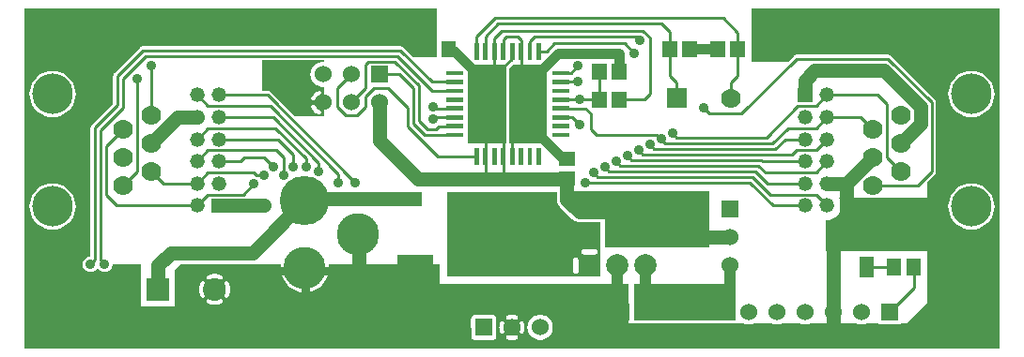
<source format=gbr>
G04 start of page 2 for group 0 idx 0 *
G04 Title: (unknown), top *
G04 Creator: pcb 20110918 *
G04 CreationDate: Thu 15 May 2014 04:46:46 AM GMT UTC *
G04 For: railfan *
G04 Format: Gerber/RS-274X *
G04 PCB-Dimensions: 350000 125000 *
G04 PCB-Coordinate-Origin: lower left *
%MOIN*%
%FSLAX25Y25*%
%LNTOP*%
%ADD37C,0.1100*%
%ADD36C,0.0480*%
%ADD35C,0.1250*%
%ADD34C,0.1280*%
%ADD33C,0.0450*%
%ADD32C,0.0380*%
%ADD31C,0.0320*%
%ADD30C,0.0200*%
%ADD29C,0.0360*%
%ADD28R,0.0360X0.0360*%
%ADD27R,0.0630X0.0630*%
%ADD26R,0.0157X0.0157*%
%ADD25R,0.0512X0.0512*%
%ADD24C,0.1500*%
%ADD23C,0.0800*%
%ADD22C,0.1750*%
%ADD21C,0.1440*%
%ADD20C,0.0787*%
%ADD19C,0.0600*%
%ADD18C,0.0520*%
%ADD17C,0.0700*%
%ADD16C,0.0400*%
%ADD15C,0.0350*%
%ADD14C,0.0300*%
%ADD13C,0.0100*%
%ADD12C,0.0500*%
%ADD11C,0.0001*%
G54D11*G36*
X143000Y57500D02*Y52500D01*
X100500D01*
Y57500D01*
X143000D01*
G37*
G36*
X184993Y25000D02*X216500D01*
Y2000D01*
X184993D01*
Y4987D01*
X185000Y4986D01*
X185706Y5042D01*
X186395Y5207D01*
X187049Y5478D01*
X187653Y5848D01*
X188192Y6308D01*
X188652Y6847D01*
X189022Y7451D01*
X189293Y8105D01*
X189458Y8794D01*
X189500Y9500D01*
X189458Y10206D01*
X189293Y10895D01*
X189022Y11549D01*
X188652Y12153D01*
X188192Y12692D01*
X187653Y13152D01*
X187049Y13522D01*
X186395Y13793D01*
X185706Y13958D01*
X185000Y14014D01*
X184993Y14013D01*
Y25000D01*
G37*
G36*
X178613D02*X184993D01*
Y14013D01*
X184294Y13958D01*
X183605Y13793D01*
X182951Y13522D01*
X182347Y13152D01*
X181808Y12692D01*
X181348Y12153D01*
X180978Y11549D01*
X180707Y10895D01*
X180542Y10206D01*
X180486Y9500D01*
X180542Y8794D01*
X180707Y8105D01*
X180978Y7451D01*
X181348Y6847D01*
X181808Y6308D01*
X182347Y5848D01*
X182951Y5478D01*
X183605Y5207D01*
X184294Y5042D01*
X184993Y4987D01*
Y2000D01*
X178613D01*
Y7353D01*
X178656Y7360D01*
X178768Y7397D01*
X178873Y7452D01*
X178968Y7522D01*
X179051Y7606D01*
X179119Y7702D01*
X179170Y7808D01*
X179318Y8216D01*
X179422Y8637D01*
X179484Y9067D01*
X179505Y9500D01*
X179484Y9933D01*
X179422Y10363D01*
X179318Y10784D01*
X179175Y11194D01*
X179122Y11300D01*
X179053Y11396D01*
X178970Y11481D01*
X178875Y11551D01*
X178769Y11606D01*
X178657Y11643D01*
X178613Y11651D01*
Y25000D01*
G37*
G36*
X175002D02*X178613D01*
Y11651D01*
X178540Y11663D01*
X178421Y11664D01*
X178304Y11646D01*
X178191Y11610D01*
X178085Y11557D01*
X177988Y11488D01*
X177904Y11405D01*
X177833Y11309D01*
X177779Y11204D01*
X177741Y11092D01*
X177722Y10975D01*
X177721Y10856D01*
X177739Y10739D01*
X177777Y10626D01*
X177876Y10355D01*
X177944Y10075D01*
X177986Y9789D01*
X178000Y9500D01*
X177986Y9211D01*
X177944Y8925D01*
X177876Y8645D01*
X177780Y8372D01*
X177742Y8261D01*
X177725Y8144D01*
X177725Y8026D01*
X177745Y7909D01*
X177782Y7797D01*
X177836Y7693D01*
X177906Y7598D01*
X177991Y7515D01*
X178087Y7446D01*
X178192Y7393D01*
X178305Y7357D01*
X178421Y7340D01*
X178539Y7341D01*
X178613Y7353D01*
Y2000D01*
X175002D01*
Y4995D01*
X175433Y5016D01*
X175863Y5078D01*
X176284Y5182D01*
X176694Y5325D01*
X176800Y5378D01*
X176896Y5447D01*
X176981Y5530D01*
X177051Y5625D01*
X177106Y5731D01*
X177143Y5843D01*
X177163Y5960D01*
X177164Y6079D01*
X177146Y6196D01*
X177110Y6309D01*
X177057Y6415D01*
X176988Y6512D01*
X176905Y6596D01*
X176809Y6667D01*
X176704Y6721D01*
X176592Y6759D01*
X176475Y6778D01*
X176356Y6779D01*
X176239Y6761D01*
X176126Y6723D01*
X175855Y6624D01*
X175575Y6556D01*
X175289Y6514D01*
X175002Y6500D01*
Y12500D01*
X175289Y12486D01*
X175575Y12444D01*
X175855Y12376D01*
X176128Y12280D01*
X176239Y12242D01*
X176356Y12225D01*
X176474Y12225D01*
X176591Y12245D01*
X176703Y12282D01*
X176807Y12336D01*
X176902Y12406D01*
X176985Y12491D01*
X177054Y12587D01*
X177107Y12692D01*
X177143Y12805D01*
X177160Y12921D01*
X177159Y13039D01*
X177140Y13156D01*
X177103Y13268D01*
X177048Y13373D01*
X176978Y13468D01*
X176894Y13551D01*
X176798Y13619D01*
X176692Y13670D01*
X176284Y13818D01*
X175863Y13922D01*
X175433Y13984D01*
X175002Y14005D01*
Y25000D01*
G37*
G36*
X171387D02*X175002D01*
Y14005D01*
X175000Y14005D01*
X174567Y13984D01*
X174137Y13922D01*
X173716Y13818D01*
X173306Y13675D01*
X173200Y13622D01*
X173104Y13553D01*
X173019Y13470D01*
X172949Y13375D01*
X172894Y13269D01*
X172857Y13157D01*
X172837Y13040D01*
X172836Y12921D01*
X172854Y12804D01*
X172890Y12691D01*
X172943Y12585D01*
X173012Y12488D01*
X173095Y12404D01*
X173191Y12333D01*
X173296Y12279D01*
X173408Y12241D01*
X173525Y12222D01*
X173644Y12221D01*
X173761Y12239D01*
X173874Y12277D01*
X174145Y12376D01*
X174425Y12444D01*
X174711Y12486D01*
X175000Y12500D01*
X175002Y12500D01*
Y6500D01*
X175000Y6500D01*
X174711Y6514D01*
X174425Y6556D01*
X174145Y6624D01*
X173872Y6720D01*
X173761Y6758D01*
X173644Y6775D01*
X173526Y6775D01*
X173409Y6755D01*
X173297Y6718D01*
X173193Y6664D01*
X173098Y6594D01*
X173015Y6509D01*
X172946Y6413D01*
X172893Y6308D01*
X172857Y6195D01*
X172840Y6079D01*
X172841Y5961D01*
X172860Y5844D01*
X172897Y5732D01*
X172952Y5627D01*
X173022Y5532D01*
X173106Y5449D01*
X173202Y5381D01*
X173308Y5330D01*
X173716Y5182D01*
X174137Y5078D01*
X174567Y5016D01*
X175000Y4995D01*
X175002Y4995D01*
Y2000D01*
X171387D01*
Y7349D01*
X171460Y7337D01*
X171579Y7336D01*
X171696Y7354D01*
X171809Y7390D01*
X171915Y7443D01*
X172012Y7512D01*
X172096Y7595D01*
X172167Y7691D01*
X172221Y7796D01*
X172259Y7908D01*
X172278Y8025D01*
X172279Y8144D01*
X172261Y8261D01*
X172223Y8374D01*
X172124Y8645D01*
X172056Y8925D01*
X172014Y9211D01*
X172000Y9500D01*
X172014Y9789D01*
X172056Y10075D01*
X172124Y10355D01*
X172220Y10628D01*
X172258Y10739D01*
X172275Y10856D01*
X172275Y10974D01*
X172255Y11091D01*
X172218Y11203D01*
X172164Y11307D01*
X172094Y11402D01*
X172009Y11485D01*
X171913Y11554D01*
X171808Y11607D01*
X171695Y11643D01*
X171579Y11660D01*
X171461Y11659D01*
X171387Y11647D01*
Y25000D01*
G37*
G36*
X165000D02*X171387D01*
Y11647D01*
X171344Y11640D01*
X171232Y11603D01*
X171127Y11548D01*
X171032Y11478D01*
X170949Y11394D01*
X170881Y11298D01*
X170830Y11192D01*
X170682Y10784D01*
X170578Y10363D01*
X170516Y9933D01*
X170495Y9500D01*
X170516Y9067D01*
X170578Y8637D01*
X170682Y8216D01*
X170825Y7806D01*
X170878Y7700D01*
X170947Y7604D01*
X171030Y7519D01*
X171125Y7449D01*
X171231Y7394D01*
X171343Y7357D01*
X171387Y7349D01*
Y2000D01*
X165000D01*
Y5007D01*
X168235Y5014D01*
X168465Y5069D01*
X168683Y5159D01*
X168884Y5283D01*
X169064Y5436D01*
X169217Y5616D01*
X169341Y5817D01*
X169431Y6035D01*
X169486Y6265D01*
X169500Y6500D01*
X169486Y12735D01*
X169431Y12965D01*
X169341Y13183D01*
X169217Y13384D01*
X169064Y13564D01*
X168884Y13717D01*
X168683Y13841D01*
X168465Y13931D01*
X168235Y13986D01*
X168000Y14000D01*
X165000Y13993D01*
Y25000D01*
G37*
G36*
X73993Y32000D02*X93119D01*
X93079Y31834D01*
X92974Y30500D01*
X93079Y29166D01*
X93391Y27865D01*
X93903Y26629D01*
X94602Y25488D01*
X95471Y24471D01*
X96488Y23602D01*
X97629Y22903D01*
X98865Y22391D01*
X100166Y22079D01*
X101500Y21974D01*
X102834Y22079D01*
X104135Y22391D01*
X105371Y22903D01*
X106512Y23602D01*
X107529Y24471D01*
X108398Y25488D01*
X109097Y26629D01*
X109609Y27865D01*
X109921Y29166D01*
X110000Y30500D01*
X109921Y31834D01*
X109881Y32000D01*
X149500D01*
Y25000D01*
X165000D01*
Y13993D01*
X161765Y13986D01*
X161535Y13931D01*
X161317Y13841D01*
X161116Y13717D01*
X160936Y13564D01*
X160783Y13384D01*
X160659Y13183D01*
X160569Y12965D01*
X160514Y12735D01*
X160500Y12500D01*
X160514Y6265D01*
X160569Y6035D01*
X160659Y5817D01*
X160783Y5616D01*
X160936Y5436D01*
X161116Y5283D01*
X161317Y5159D01*
X161535Y5069D01*
X161765Y5014D01*
X162000Y5000D01*
X165000Y5007D01*
Y2000D01*
X73993D01*
Y20145D01*
X74078Y20181D01*
X74179Y20243D01*
X74269Y20319D01*
X74345Y20409D01*
X74405Y20511D01*
X74622Y20980D01*
X74789Y21469D01*
X74909Y21972D01*
X74982Y22484D01*
X75006Y23000D01*
X74982Y23516D01*
X74909Y24028D01*
X74789Y24531D01*
X74622Y25020D01*
X74410Y25492D01*
X74349Y25593D01*
X74272Y25684D01*
X74182Y25761D01*
X74080Y25823D01*
X73993Y25860D01*
Y32000D01*
G37*
G36*
X69502D02*X73993D01*
Y25860D01*
X73971Y25869D01*
X73855Y25897D01*
X73737Y25906D01*
X73619Y25897D01*
X73503Y25870D01*
X73393Y25824D01*
X73292Y25762D01*
X73202Y25686D01*
X73124Y25595D01*
X73062Y25494D01*
X73016Y25385D01*
X72989Y25269D01*
X72979Y25151D01*
X72988Y25032D01*
X73016Y24917D01*
X73063Y24808D01*
X73221Y24468D01*
X73342Y24112D01*
X73430Y23747D01*
X73482Y23375D01*
X73500Y23000D01*
X73482Y22625D01*
X73430Y22253D01*
X73342Y21888D01*
X73221Y21532D01*
X73067Y21190D01*
X73020Y21082D01*
X72993Y20967D01*
X72983Y20849D01*
X72993Y20732D01*
X73021Y20617D01*
X73066Y20508D01*
X73128Y20407D01*
X73205Y20318D01*
X73295Y20241D01*
X73395Y20180D01*
X73504Y20135D01*
X73619Y20107D01*
X73737Y20098D01*
X73855Y20108D01*
X73969Y20135D01*
X73993Y20145D01*
Y2000D01*
X69502D01*
Y17494D01*
X70016Y17518D01*
X70528Y17591D01*
X71031Y17711D01*
X71520Y17878D01*
X71992Y18090D01*
X72093Y18151D01*
X72184Y18228D01*
X72261Y18318D01*
X72323Y18420D01*
X72369Y18529D01*
X72397Y18645D01*
X72406Y18763D01*
X72397Y18881D01*
X72370Y18997D01*
X72324Y19107D01*
X72262Y19208D01*
X72186Y19298D01*
X72095Y19376D01*
X71994Y19438D01*
X71885Y19484D01*
X71769Y19511D01*
X71651Y19521D01*
X71532Y19512D01*
X71417Y19484D01*
X71308Y19437D01*
X70968Y19279D01*
X70612Y19158D01*
X70247Y19070D01*
X69875Y19018D01*
X69502Y19000D01*
Y27000D01*
X69875Y26982D01*
X70247Y26930D01*
X70612Y26842D01*
X70968Y26721D01*
X71310Y26567D01*
X71418Y26520D01*
X71533Y26493D01*
X71651Y26483D01*
X71768Y26493D01*
X71883Y26521D01*
X71992Y26566D01*
X72093Y26628D01*
X72182Y26705D01*
X72259Y26795D01*
X72320Y26895D01*
X72365Y27004D01*
X72393Y27119D01*
X72402Y27237D01*
X72392Y27355D01*
X72365Y27469D01*
X72319Y27578D01*
X72257Y27679D01*
X72181Y27769D01*
X72091Y27845D01*
X71989Y27905D01*
X71520Y28122D01*
X71031Y28289D01*
X70528Y28409D01*
X70016Y28482D01*
X69502Y28506D01*
Y32000D01*
G37*
G36*
X65007D02*X69502D01*
Y28506D01*
X69500Y28506D01*
X68984Y28482D01*
X68472Y28409D01*
X67969Y28289D01*
X67480Y28122D01*
X67008Y27910D01*
X66907Y27849D01*
X66816Y27772D01*
X66739Y27682D01*
X66677Y27580D01*
X66631Y27471D01*
X66603Y27355D01*
X66594Y27237D01*
X66603Y27119D01*
X66630Y27003D01*
X66676Y26893D01*
X66738Y26792D01*
X66814Y26702D01*
X66905Y26624D01*
X67006Y26562D01*
X67115Y26516D01*
X67231Y26489D01*
X67349Y26479D01*
X67468Y26488D01*
X67583Y26516D01*
X67692Y26563D01*
X68032Y26721D01*
X68388Y26842D01*
X68753Y26930D01*
X69125Y26982D01*
X69500Y27000D01*
X69502Y27000D01*
Y19000D01*
X69500Y19000D01*
X69125Y19018D01*
X68753Y19070D01*
X68388Y19158D01*
X68032Y19279D01*
X67690Y19433D01*
X67582Y19480D01*
X67467Y19507D01*
X67349Y19517D01*
X67232Y19507D01*
X67117Y19479D01*
X67008Y19434D01*
X66907Y19372D01*
X66818Y19295D01*
X66741Y19205D01*
X66680Y19105D01*
X66635Y18996D01*
X66607Y18881D01*
X66598Y18763D01*
X66608Y18645D01*
X66635Y18531D01*
X66681Y18422D01*
X66743Y18321D01*
X66819Y18231D01*
X66909Y18155D01*
X67011Y18095D01*
X67480Y17878D01*
X67969Y17711D01*
X68472Y17591D01*
X68984Y17518D01*
X69500Y17494D01*
X69502Y17494D01*
Y2000D01*
X65007D01*
Y20140D01*
X65029Y20131D01*
X65145Y20103D01*
X65263Y20094D01*
X65381Y20103D01*
X65497Y20130D01*
X65607Y20176D01*
X65708Y20238D01*
X65798Y20314D01*
X65876Y20405D01*
X65938Y20506D01*
X65984Y20615D01*
X66011Y20731D01*
X66021Y20849D01*
X66012Y20968D01*
X65984Y21083D01*
X65937Y21192D01*
X65779Y21532D01*
X65658Y21888D01*
X65570Y22253D01*
X65518Y22625D01*
X65500Y23000D01*
X65518Y23375D01*
X65570Y23747D01*
X65658Y24112D01*
X65779Y24468D01*
X65933Y24810D01*
X65980Y24918D01*
X66007Y25033D01*
X66017Y25151D01*
X66007Y25268D01*
X65979Y25383D01*
X65934Y25492D01*
X65872Y25593D01*
X65795Y25682D01*
X65705Y25759D01*
X65605Y25820D01*
X65496Y25865D01*
X65381Y25893D01*
X65263Y25902D01*
X65145Y25892D01*
X65031Y25865D01*
X65007Y25855D01*
Y32000D01*
G37*
G36*
X60500D02*X65007D01*
Y25855D01*
X64922Y25819D01*
X64821Y25757D01*
X64731Y25681D01*
X64655Y25591D01*
X64595Y25489D01*
X64378Y25020D01*
X64211Y24531D01*
X64091Y24028D01*
X64018Y23516D01*
X63994Y23000D01*
X64018Y22484D01*
X64091Y21972D01*
X64211Y21469D01*
X64378Y20980D01*
X64590Y20508D01*
X64651Y20407D01*
X64728Y20316D01*
X64818Y20239D01*
X64920Y20177D01*
X65007Y20140D01*
Y2000D01*
X60500D01*
Y32000D01*
G37*
G36*
X105541Y95729D02*X105951Y95478D01*
X106605Y95207D01*
X107294Y95042D01*
X108000Y94986D01*
X108500Y95025D01*
Y84500D01*
X105541D01*
Y85728D01*
X105855Y85538D01*
X106246Y85350D01*
X106358Y85312D01*
X106475Y85293D01*
X106593Y85292D01*
X106711Y85310D01*
X106824Y85346D01*
X106930Y85399D01*
X107026Y85468D01*
X107111Y85551D01*
X107181Y85646D01*
X107236Y85752D01*
X107273Y85864D01*
X107293Y85981D01*
X107294Y86100D01*
X107276Y86217D01*
X107240Y86330D01*
X107187Y86436D01*
X107118Y86533D01*
X107035Y86617D01*
X106939Y86688D01*
X106833Y86740D01*
X106571Y86862D01*
X106324Y87012D01*
X106093Y87184D01*
X105879Y87379D01*
X105684Y87593D01*
X105541Y87785D01*
Y91215D01*
X105684Y91407D01*
X105879Y91621D01*
X106093Y91816D01*
X106324Y91988D01*
X106571Y92138D01*
X106832Y92263D01*
X106937Y92315D01*
X107032Y92386D01*
X107115Y92470D01*
X107184Y92566D01*
X107237Y92671D01*
X107272Y92784D01*
X107290Y92900D01*
X107289Y93018D01*
X107270Y93135D01*
X107233Y93247D01*
X107178Y93352D01*
X107108Y93447D01*
X107024Y93530D01*
X106928Y93598D01*
X106822Y93651D01*
X106710Y93687D01*
X106593Y93704D01*
X106475Y93704D01*
X106359Y93684D01*
X106248Y93645D01*
X105855Y93462D01*
X105541Y93272D01*
Y95729D01*
G37*
G36*
X108500Y104500D02*Y103975D01*
X108000Y104014D01*
X107294Y103958D01*
X106605Y103793D01*
X105951Y103522D01*
X105541Y103271D01*
Y104500D01*
X108500D01*
G37*
G36*
X105541Y103271D02*X105347Y103152D01*
X104808Y102692D01*
X104348Y102153D01*
X103978Y101549D01*
X103707Y100895D01*
X103542Y100206D01*
X103486Y99500D01*
X103542Y98794D01*
X103707Y98105D01*
X103978Y97451D01*
X104348Y96847D01*
X104808Y96308D01*
X105347Y95848D01*
X105541Y95729D01*
Y93272D01*
X105483Y93237D01*
X105136Y92977D01*
X104814Y92686D01*
X104523Y92364D01*
X104263Y92017D01*
X104038Y91645D01*
X103850Y91254D01*
X103812Y91142D01*
X103793Y91025D01*
X103792Y90907D01*
X103810Y90789D01*
X103846Y90676D01*
X103899Y90570D01*
X103968Y90474D01*
X104051Y90389D01*
X104146Y90319D01*
X104252Y90264D01*
X104364Y90227D01*
X104481Y90207D01*
X104600Y90206D01*
X104717Y90224D01*
X104830Y90260D01*
X104936Y90313D01*
X105033Y90382D01*
X105117Y90465D01*
X105188Y90561D01*
X105240Y90667D01*
X105362Y90929D01*
X105512Y91176D01*
X105541Y91215D01*
Y87785D01*
X105512Y87824D01*
X105362Y88071D01*
X105237Y88332D01*
X105185Y88437D01*
X105114Y88532D01*
X105030Y88615D01*
X104934Y88684D01*
X104829Y88737D01*
X104716Y88772D01*
X104600Y88790D01*
X104482Y88789D01*
X104365Y88770D01*
X104253Y88733D01*
X104148Y88678D01*
X104053Y88608D01*
X103970Y88524D01*
X103902Y88428D01*
X103849Y88322D01*
X103813Y88210D01*
X103796Y88093D01*
X103796Y87975D01*
X103816Y87859D01*
X103855Y87748D01*
X104038Y87355D01*
X104263Y86983D01*
X104523Y86636D01*
X104814Y86314D01*
X105136Y86023D01*
X105483Y85763D01*
X105541Y85728D01*
Y84500D01*
X98121D01*
X93500Y89121D01*
Y104500D01*
X105541D01*
Y103271D01*
G37*
G36*
X94000Y123000D02*X148500D01*
Y105500D01*
X140121D01*
X136602Y109019D01*
X136564Y109064D01*
X136384Y109217D01*
X136183Y109341D01*
X135965Y109431D01*
X135735Y109486D01*
X135735Y109486D01*
X135500Y109505D01*
X135441Y109500D01*
X94000D01*
Y123000D01*
G37*
G36*
X86500Y98500D02*X98000D01*
Y87000D01*
X95621D01*
X89417Y93204D01*
X89379Y93249D01*
X89199Y93402D01*
X88998Y93526D01*
X88780Y93616D01*
X88550Y93671D01*
X88550Y93671D01*
X88315Y93690D01*
X88256Y93685D01*
X86500D01*
Y98500D01*
G37*
G36*
Y104500D02*X100500D01*
Y93500D01*
X89040D01*
X88998Y93526D01*
X88780Y93616D01*
X88550Y93671D01*
X88550Y93671D01*
X88315Y93690D01*
X88256Y93685D01*
X86500D01*
Y104500D01*
G37*
G36*
X101500Y123000D02*Y109500D01*
X44059D01*
X44000Y109505D01*
X43765Y109486D01*
X43535Y109431D01*
X43317Y109341D01*
X43116Y109217D01*
X43115Y109217D01*
X42936Y109064D01*
X42898Y109019D01*
X33981Y100102D01*
X33936Y100064D01*
X33783Y99884D01*
X33659Y99683D01*
X33569Y99465D01*
X33514Y99235D01*
X33514Y99235D01*
X33495Y99000D01*
X33500Y98941D01*
Y92500D01*
X20200D01*
X20124Y93787D01*
X19823Y95042D01*
X19329Y96234D01*
X18654Y97335D01*
X17816Y98316D01*
X16835Y99154D01*
X15734Y99829D01*
X14542Y100323D01*
X13287Y100624D01*
X12000Y100725D01*
X10713Y100624D01*
X9458Y100323D01*
X8266Y99829D01*
X7165Y99154D01*
X6184Y98316D01*
X5346Y97335D01*
X4671Y96234D01*
X4177Y95042D01*
X3876Y93787D01*
X3775Y92500D01*
X2000D01*
Y123000D01*
X101500D01*
G37*
G36*
X73993Y32000D02*X77500D01*
Y2000D01*
X73993D01*
Y20145D01*
X74078Y20181D01*
X74179Y20243D01*
X74269Y20319D01*
X74345Y20409D01*
X74405Y20511D01*
X74622Y20980D01*
X74789Y21469D01*
X74909Y21972D01*
X74982Y22484D01*
X75006Y23000D01*
X74982Y23516D01*
X74909Y24028D01*
X74789Y24531D01*
X74622Y25020D01*
X74410Y25492D01*
X74349Y25593D01*
X74272Y25684D01*
X74182Y25761D01*
X74080Y25823D01*
X73993Y25860D01*
Y32000D01*
G37*
G36*
X69502D02*X73993D01*
Y25860D01*
X73971Y25869D01*
X73855Y25897D01*
X73737Y25906D01*
X73619Y25897D01*
X73503Y25870D01*
X73393Y25824D01*
X73292Y25762D01*
X73202Y25686D01*
X73124Y25595D01*
X73062Y25494D01*
X73016Y25385D01*
X72989Y25269D01*
X72979Y25151D01*
X72988Y25032D01*
X73016Y24917D01*
X73063Y24808D01*
X73221Y24468D01*
X73342Y24112D01*
X73430Y23747D01*
X73482Y23375D01*
X73500Y23000D01*
X73482Y22625D01*
X73430Y22253D01*
X73342Y21888D01*
X73221Y21532D01*
X73067Y21190D01*
X73020Y21082D01*
X72993Y20967D01*
X72983Y20849D01*
X72993Y20732D01*
X73021Y20617D01*
X73066Y20508D01*
X73128Y20407D01*
X73205Y20318D01*
X73295Y20241D01*
X73395Y20180D01*
X73504Y20135D01*
X73619Y20107D01*
X73737Y20098D01*
X73855Y20108D01*
X73969Y20135D01*
X73993Y20145D01*
Y2000D01*
X69502D01*
Y17494D01*
X70016Y17518D01*
X70528Y17591D01*
X71031Y17711D01*
X71520Y17878D01*
X71992Y18090D01*
X72093Y18151D01*
X72184Y18228D01*
X72261Y18318D01*
X72323Y18420D01*
X72369Y18529D01*
X72397Y18645D01*
X72406Y18763D01*
X72397Y18881D01*
X72370Y18997D01*
X72324Y19107D01*
X72262Y19208D01*
X72186Y19298D01*
X72095Y19376D01*
X71994Y19438D01*
X71885Y19484D01*
X71769Y19511D01*
X71651Y19521D01*
X71532Y19512D01*
X71417Y19484D01*
X71308Y19437D01*
X70968Y19279D01*
X70612Y19158D01*
X70247Y19070D01*
X69875Y19018D01*
X69502Y19000D01*
Y27000D01*
X69875Y26982D01*
X70247Y26930D01*
X70612Y26842D01*
X70968Y26721D01*
X71310Y26567D01*
X71418Y26520D01*
X71533Y26493D01*
X71651Y26483D01*
X71768Y26493D01*
X71883Y26521D01*
X71992Y26566D01*
X72093Y26628D01*
X72182Y26705D01*
X72259Y26795D01*
X72320Y26895D01*
X72365Y27004D01*
X72393Y27119D01*
X72402Y27237D01*
X72392Y27355D01*
X72365Y27469D01*
X72319Y27578D01*
X72257Y27679D01*
X72181Y27769D01*
X72091Y27845D01*
X71989Y27905D01*
X71520Y28122D01*
X71031Y28289D01*
X70528Y28409D01*
X70016Y28482D01*
X69502Y28506D01*
Y32000D01*
G37*
G36*
X65007D02*X69502D01*
Y28506D01*
X69500Y28506D01*
X68984Y28482D01*
X68472Y28409D01*
X67969Y28289D01*
X67480Y28122D01*
X67008Y27910D01*
X66907Y27849D01*
X66816Y27772D01*
X66739Y27682D01*
X66677Y27580D01*
X66631Y27471D01*
X66603Y27355D01*
X66594Y27237D01*
X66603Y27119D01*
X66630Y27003D01*
X66676Y26893D01*
X66738Y26792D01*
X66814Y26702D01*
X66905Y26624D01*
X67006Y26562D01*
X67115Y26516D01*
X67231Y26489D01*
X67349Y26479D01*
X67468Y26488D01*
X67583Y26516D01*
X67692Y26563D01*
X68032Y26721D01*
X68388Y26842D01*
X68753Y26930D01*
X69125Y26982D01*
X69500Y27000D01*
X69502Y27000D01*
Y19000D01*
X69500Y19000D01*
X69125Y19018D01*
X68753Y19070D01*
X68388Y19158D01*
X68032Y19279D01*
X67690Y19433D01*
X67582Y19480D01*
X67467Y19507D01*
X67349Y19517D01*
X67232Y19507D01*
X67117Y19479D01*
X67008Y19434D01*
X66907Y19372D01*
X66818Y19295D01*
X66741Y19205D01*
X66680Y19105D01*
X66635Y18996D01*
X66607Y18881D01*
X66598Y18763D01*
X66608Y18645D01*
X66635Y18531D01*
X66681Y18422D01*
X66743Y18321D01*
X66819Y18231D01*
X66909Y18155D01*
X67011Y18095D01*
X67480Y17878D01*
X67969Y17711D01*
X68472Y17591D01*
X68984Y17518D01*
X69500Y17494D01*
X69502Y17494D01*
Y2000D01*
X65007D01*
Y20140D01*
X65029Y20131D01*
X65145Y20103D01*
X65263Y20094D01*
X65381Y20103D01*
X65497Y20130D01*
X65607Y20176D01*
X65708Y20238D01*
X65798Y20314D01*
X65876Y20405D01*
X65938Y20506D01*
X65984Y20615D01*
X66011Y20731D01*
X66021Y20849D01*
X66012Y20968D01*
X65984Y21083D01*
X65937Y21192D01*
X65779Y21532D01*
X65658Y21888D01*
X65570Y22253D01*
X65518Y22625D01*
X65500Y23000D01*
X65518Y23375D01*
X65570Y23747D01*
X65658Y24112D01*
X65779Y24468D01*
X65933Y24810D01*
X65980Y24918D01*
X66007Y25033D01*
X66017Y25151D01*
X66007Y25268D01*
X65979Y25383D01*
X65934Y25492D01*
X65872Y25593D01*
X65795Y25682D01*
X65705Y25759D01*
X65605Y25820D01*
X65496Y25865D01*
X65381Y25893D01*
X65263Y25902D01*
X65145Y25892D01*
X65031Y25865D01*
X65007Y25855D01*
Y32000D01*
G37*
G36*
X2000Y2000D02*Y32000D01*
X22691D01*
X22726Y31561D01*
X22829Y31132D01*
X22997Y30725D01*
X23228Y30349D01*
X23514Y30014D01*
X23849Y29728D01*
X24225Y29497D01*
X24632Y29329D01*
X25061Y29226D01*
X25500Y29191D01*
X25939Y29226D01*
X26368Y29329D01*
X26775Y29497D01*
X27151Y29728D01*
X27486Y30014D01*
X27772Y30349D01*
X28000Y30721D01*
X28228Y30349D01*
X28514Y30014D01*
X28849Y29728D01*
X29225Y29497D01*
X29632Y29329D01*
X30061Y29226D01*
X30500Y29191D01*
X30939Y29226D01*
X31368Y29329D01*
X31775Y29497D01*
X32151Y29728D01*
X32486Y30014D01*
X32772Y30349D01*
X33003Y30725D01*
X33171Y31132D01*
X33274Y31561D01*
X33300Y32000D01*
X43500D01*
Y17000D01*
X55500D01*
Y30000D01*
X57500Y32000D01*
X65007D01*
Y25855D01*
X64922Y25819D01*
X64821Y25757D01*
X64731Y25681D01*
X64655Y25591D01*
X64595Y25489D01*
X64378Y25020D01*
X64211Y24531D01*
X64091Y24028D01*
X64018Y23516D01*
X63994Y23000D01*
X64018Y22484D01*
X64091Y21972D01*
X64211Y21469D01*
X64378Y20980D01*
X64590Y20508D01*
X64651Y20407D01*
X64728Y20316D01*
X64818Y20239D01*
X64920Y20177D01*
X65007Y20140D01*
Y2000D01*
X2000D01*
G37*
G36*
X11987Y123000D02*X37000D01*
Y103121D01*
X33981Y100102D01*
X33936Y100064D01*
X33783Y99884D01*
X33659Y99683D01*
X33569Y99465D01*
X33514Y99235D01*
X33514Y99235D01*
X33495Y99000D01*
X33500Y98941D01*
Y89121D01*
X25981Y81602D01*
X25936Y81564D01*
X25783Y81384D01*
X25659Y81183D01*
X25569Y80965D01*
X25514Y80735D01*
X25514Y80735D01*
X25495Y80500D01*
X25500Y80441D01*
Y34809D01*
X25061Y34774D01*
X24632Y34671D01*
X24225Y34503D01*
X23849Y34272D01*
X23514Y33986D01*
X23228Y33651D01*
X22997Y33275D01*
X22829Y32868D01*
X22726Y32439D01*
X22691Y32000D01*
X22726Y31561D01*
X22829Y31132D01*
X22997Y30725D01*
X23228Y30349D01*
X23514Y30014D01*
X23849Y29728D01*
X24225Y29497D01*
X24632Y29329D01*
X25061Y29226D01*
X25500Y29191D01*
X25939Y29226D01*
X26368Y29329D01*
X26775Y29497D01*
X27151Y29728D01*
X27486Y30014D01*
X27772Y30349D01*
X28000Y30721D01*
X28228Y30349D01*
X28514Y30014D01*
X28849Y29728D01*
X29225Y29497D01*
X29632Y29329D01*
X30061Y29226D01*
X30500Y29191D01*
X30939Y29226D01*
X31368Y29329D01*
X31775Y29497D01*
X32151Y29728D01*
X32486Y30014D01*
X32772Y30349D01*
X33003Y30725D01*
X33171Y31132D01*
X33274Y31561D01*
X33300Y32000D01*
X37000D01*
Y2000D01*
X11987D01*
Y44276D01*
X12000Y44275D01*
X13287Y44376D01*
X14542Y44677D01*
X15734Y45171D01*
X16835Y45846D01*
X17816Y46684D01*
X18654Y47665D01*
X19329Y48766D01*
X19823Y49958D01*
X20124Y51213D01*
X20200Y52500D01*
X20124Y53787D01*
X19823Y55042D01*
X19329Y56234D01*
X18654Y57335D01*
X17816Y58316D01*
X16835Y59154D01*
X15734Y59829D01*
X14542Y60323D01*
X13287Y60624D01*
X12000Y60725D01*
X11987Y60724D01*
Y84276D01*
X12000Y84275D01*
X13287Y84376D01*
X14542Y84677D01*
X15734Y85171D01*
X16835Y85846D01*
X17816Y86684D01*
X18654Y87665D01*
X19329Y88766D01*
X19823Y89958D01*
X20124Y91213D01*
X20200Y92500D01*
X20124Y93787D01*
X19823Y95042D01*
X19329Y96234D01*
X18654Y97335D01*
X17816Y98316D01*
X16835Y99154D01*
X15734Y99829D01*
X14542Y100323D01*
X13287Y100624D01*
X12000Y100725D01*
X11987Y100724D01*
Y123000D01*
G37*
G36*
X2000D02*X11987D01*
Y100724D01*
X10713Y100624D01*
X9458Y100323D01*
X8266Y99829D01*
X7165Y99154D01*
X6184Y98316D01*
X5346Y97335D01*
X4671Y96234D01*
X4177Y95042D01*
X3876Y93787D01*
X3775Y92500D01*
X3876Y91213D01*
X4177Y89958D01*
X4671Y88766D01*
X5346Y87665D01*
X6184Y86684D01*
X7165Y85846D01*
X8266Y85171D01*
X9458Y84677D01*
X10713Y84376D01*
X11987Y84276D01*
Y60724D01*
X10713Y60624D01*
X9458Y60323D01*
X8266Y59829D01*
X7165Y59154D01*
X6184Y58316D01*
X5346Y57335D01*
X4671Y56234D01*
X4177Y55042D01*
X3876Y53787D01*
X3775Y52500D01*
X3876Y51213D01*
X4177Y49958D01*
X4671Y48766D01*
X5346Y47665D01*
X6184Y46684D01*
X7165Y45846D01*
X8266Y45171D01*
X9458Y44677D01*
X10713Y44376D01*
X11987Y44276D01*
Y2000D01*
X2000D01*
Y123000D01*
G37*
G36*
X175500Y103000D02*X187500D01*
Y75000D01*
X174000D01*
Y101500D01*
X175500Y103000D01*
G37*
G36*
X159500Y75000D02*Y103000D01*
X173000D01*
Y75000D01*
X159500D01*
G37*
G36*
X218500Y12000D02*Y25000D01*
X254500D01*
Y15176D01*
X254486Y15000D01*
X254500Y14824D01*
Y12000D01*
X218500D01*
G37*
G36*
X202500Y47000D02*X206500D01*
Y33788D01*
X206483Y33747D01*
X206446Y33594D01*
X206437Y33437D01*
Y29563D01*
X206446Y29406D01*
X206483Y29253D01*
X206500Y29212D01*
Y27500D01*
X204788D01*
X204747Y27517D01*
X204594Y27554D01*
X204437Y27563D01*
X202500D01*
Y35437D01*
X204437D01*
X204594Y35446D01*
X204747Y35483D01*
X204892Y35543D01*
X205027Y35625D01*
X205146Y35728D01*
X205249Y35847D01*
X205331Y35982D01*
X205391Y36127D01*
X205428Y36280D01*
X205440Y36437D01*
X205428Y36594D01*
X205391Y36747D01*
X205331Y36892D01*
X205249Y37027D01*
X205146Y37146D01*
X205027Y37249D01*
X204892Y37331D01*
X204747Y37391D01*
X204594Y37428D01*
X204437Y37437D01*
X202500D01*
Y47000D01*
G37*
G36*
X197563Y47307D02*X197915Y47161D01*
X198451Y47032D01*
X199000Y46989D01*
X199137Y47000D01*
X202500D01*
Y37437D01*
X200563D01*
X200406Y37428D01*
X200253Y37391D01*
X200108Y37331D01*
X199973Y37249D01*
X199854Y37146D01*
X199751Y37027D01*
X199669Y36892D01*
X199609Y36747D01*
X199572Y36594D01*
X199560Y36437D01*
X199572Y36280D01*
X199609Y36127D01*
X199669Y35982D01*
X199751Y35847D01*
X199854Y35728D01*
X199973Y35625D01*
X200108Y35543D01*
X200253Y35483D01*
X200406Y35446D01*
X200563Y35437D01*
X202500D01*
Y27563D01*
X200563D01*
X200406Y27554D01*
X200253Y27517D01*
X200212Y27500D01*
X197563D01*
Y28560D01*
X197720Y28572D01*
X197873Y28609D01*
X198018Y28669D01*
X198153Y28751D01*
X198272Y28854D01*
X198375Y28973D01*
X198457Y29108D01*
X198517Y29253D01*
X198554Y29406D01*
X198563Y29563D01*
Y33437D01*
X198554Y33594D01*
X198517Y33747D01*
X198457Y33892D01*
X198375Y34027D01*
X198272Y34146D01*
X198153Y34249D01*
X198018Y34331D01*
X197873Y34391D01*
X197720Y34428D01*
X197563Y34440D01*
Y47307D01*
G37*
G36*
X152000Y57500D02*X191000D01*
Y55137D01*
X190989Y55000D01*
X191032Y54451D01*
Y54451D01*
X191161Y53915D01*
X191372Y53406D01*
X191660Y52936D01*
X192017Y52517D01*
X192122Y52428D01*
X196428Y48122D01*
X196517Y48017D01*
X196936Y47660D01*
X197406Y47372D01*
X197563Y47307D01*
Y34440D01*
X197406Y34428D01*
X197253Y34391D01*
X197108Y34331D01*
X196973Y34249D01*
X196854Y34146D01*
X196751Y34027D01*
X196669Y33892D01*
X196609Y33747D01*
X196572Y33594D01*
X196563Y33437D01*
Y29563D01*
X196572Y29406D01*
X196609Y29253D01*
X196669Y29108D01*
X196751Y28973D01*
X196854Y28854D01*
X196973Y28751D01*
X197108Y28669D01*
X197253Y28609D01*
X197406Y28572D01*
X197563Y28560D01*
Y27500D01*
X152000D01*
Y57500D01*
G37*
G36*
X194500Y58000D02*X245000D01*
Y50500D01*
X198500D01*
X194500Y54500D01*
Y58000D01*
G37*
G36*
X245000D02*Y38000D01*
X208000D01*
Y58000D01*
X245000D01*
G37*
G36*
X260000Y104000D02*Y123000D01*
X348000D01*
Y104000D01*
X311621D01*
X309602Y106019D01*
X309564Y106064D01*
X309384Y106217D01*
X309183Y106341D01*
X308965Y106431D01*
X308735Y106486D01*
X308735Y106486D01*
X308500Y106505D01*
X308441Y106500D01*
X276059D01*
X276000Y106505D01*
X275765Y106486D01*
X275535Y106431D01*
X275317Y106341D01*
X275116Y106217D01*
X275115Y106217D01*
X274936Y106064D01*
X274898Y106019D01*
X272879Y104000D01*
X260000D01*
G37*
G36*
X309621Y106000D02*X326000D01*
Y85000D01*
X325500Y85500D01*
Y89441D01*
X325505Y89500D01*
X325486Y89735D01*
X325486Y89735D01*
X325431Y89965D01*
X325341Y90183D01*
X325217Y90384D01*
X325064Y90564D01*
X325019Y90602D01*
X309621Y106000D01*
G37*
G36*
X348000Y123000D02*Y2000D01*
X337987D01*
Y44276D01*
X338000Y44275D01*
X339287Y44376D01*
X340542Y44677D01*
X341734Y45171D01*
X342835Y45846D01*
X343816Y46684D01*
X344654Y47665D01*
X345329Y48766D01*
X345823Y49958D01*
X346124Y51213D01*
X346200Y52500D01*
X346124Y53787D01*
X345823Y55042D01*
X345329Y56234D01*
X344654Y57335D01*
X343816Y58316D01*
X342835Y59154D01*
X341734Y59829D01*
X340542Y60323D01*
X339287Y60624D01*
X338000Y60725D01*
X337987Y60724D01*
Y84276D01*
X338000Y84275D01*
X339287Y84376D01*
X340542Y84677D01*
X341734Y85171D01*
X342835Y85846D01*
X343816Y86684D01*
X344654Y87665D01*
X345329Y88766D01*
X345823Y89958D01*
X346124Y91213D01*
X346200Y92500D01*
X346124Y93787D01*
X345823Y95042D01*
X345329Y96234D01*
X344654Y97335D01*
X343816Y98316D01*
X342835Y99154D01*
X341734Y99829D01*
X340542Y100323D01*
X339287Y100624D01*
X338000Y100725D01*
X337987Y100724D01*
Y123000D01*
X348000D01*
G37*
G36*
X337987Y2000D02*X322500D01*
Y61379D01*
X325019Y63898D01*
X325064Y63936D01*
X325217Y64115D01*
X325217Y64116D01*
X325341Y64317D01*
X325431Y64535D01*
X325486Y64765D01*
X325505Y65000D01*
X325500Y65059D01*
Y89441D01*
X325505Y89500D01*
X325486Y89735D01*
X325486Y89735D01*
X325431Y89965D01*
X325341Y90183D01*
X325217Y90384D01*
X325064Y90564D01*
X325019Y90602D01*
X322500Y93121D01*
Y123000D01*
X337987D01*
Y100724D01*
X336713Y100624D01*
X335458Y100323D01*
X334266Y99829D01*
X333165Y99154D01*
X332184Y98316D01*
X331346Y97335D01*
X330671Y96234D01*
X330177Y95042D01*
X329876Y93787D01*
X329775Y92500D01*
X329876Y91213D01*
X330177Y89958D01*
X330671Y88766D01*
X331346Y87665D01*
X332184Y86684D01*
X333165Y85846D01*
X334266Y85171D01*
X335458Y84677D01*
X336713Y84376D01*
X337987Y84276D01*
Y60724D01*
X336713Y60624D01*
X335458Y60323D01*
X334266Y59829D01*
X333165Y59154D01*
X332184Y58316D01*
X331346Y57335D01*
X330671Y56234D01*
X330177Y55042D01*
X329876Y53787D01*
X329775Y52500D01*
X329876Y51213D01*
X330177Y49958D01*
X330671Y48766D01*
X331346Y47665D01*
X332184Y46684D01*
X333165Y45846D01*
X334266Y45171D01*
X335458Y44677D01*
X336713Y44376D01*
X337987Y44276D01*
Y2000D01*
G37*
G36*
X348000D02*X289000D01*
Y10486D01*
X289706Y10542D01*
X290395Y10707D01*
X291049Y10978D01*
X291085Y11000D01*
X296915D01*
X296951Y10978D01*
X297605Y10707D01*
X298294Y10542D01*
X299000Y10486D01*
X299706Y10542D01*
X300395Y10707D01*
X301049Y10978D01*
X301085Y11000D01*
X304881D01*
X304936Y10936D01*
X305116Y10783D01*
X305317Y10659D01*
X305535Y10569D01*
X305765Y10514D01*
X306000Y10500D01*
X312235Y10514D01*
X312465Y10569D01*
X312683Y10659D01*
X312884Y10783D01*
X313064Y10936D01*
X313119Y11000D01*
X348000D01*
Y2000D01*
G37*
G36*
X213000D02*Y11000D01*
X256915D01*
X256951Y10978D01*
X257605Y10707D01*
X258294Y10542D01*
X259000Y10486D01*
X259706Y10542D01*
X260395Y10707D01*
X261049Y10978D01*
X261085Y11000D01*
X266915D01*
X266951Y10978D01*
X267605Y10707D01*
X268294Y10542D01*
X269000Y10486D01*
X269706Y10542D01*
X270395Y10707D01*
X271049Y10978D01*
X271085Y11000D01*
X276915D01*
X276951Y10978D01*
X277605Y10707D01*
X278294Y10542D01*
X279000Y10486D01*
X279706Y10542D01*
X280395Y10707D01*
X281049Y10978D01*
X281085Y11000D01*
X286915D01*
X286951Y10978D01*
X287605Y10707D01*
X288294Y10542D01*
X289000Y10486D01*
X289706Y10542D01*
X290395Y10707D01*
X291049Y10978D01*
X291085Y11000D01*
X291500D01*
Y2000D01*
X213000D01*
G37*
G36*
X313000Y9000D02*X324000Y20000D01*
Y9000D01*
X313000D01*
G37*
G36*
X328000Y55500D02*Y36500D01*
X286500D01*
Y47724D01*
X286819Y47699D01*
X287619Y47762D01*
X288400Y47950D01*
X289141Y48257D01*
X289826Y48676D01*
X290436Y49198D01*
X290958Y49808D01*
X291377Y50493D01*
X291684Y51234D01*
X291872Y52015D01*
X291919Y52815D01*
X291872Y53615D01*
X291684Y54396D01*
X291377Y55137D01*
X291155Y55500D01*
X302824D01*
X303000Y55486D01*
X303176Y55500D01*
X328000D01*
G37*
G54D12*X71055Y52815D02*X87000D01*
G54D13*X83500Y60500D02*X79750Y56750D01*
X67116D02*X63181Y52815D01*
X79750Y56750D02*X67116D01*
X67122Y64630D02*X63181Y60689D01*
G54D12*X83000Y36000D02*X101500Y54500D01*
G54D14*X113000Y29598D02*X89000D01*
X101598Y29571D02*Y18000D01*
G54D12*X120598Y41571D02*Y23500D01*
X54000Y36000D02*X83000D01*
X49500Y31500D02*X54000Y36000D01*
X49500Y23000D02*Y31500D01*
G54D13*X67122Y64630D02*X83370D01*
X84500Y63500D02*X83370Y64630D01*
X87000Y63500D02*X84500D01*
X78563Y68563D02*X71055D01*
X80000Y70000D02*X78563Y68563D01*
X87000Y70000D02*X80000D01*
X90500Y66500D02*X87000Y70000D01*
X94000D02*X91500Y72500D01*
X94000Y63500D02*Y70000D01*
X97500Y66500D02*Y71000D01*
X102000Y66500D02*Y69500D01*
X106500Y65000D02*Y68000D01*
X91500Y72500D02*X67118D01*
X92063Y76437D02*X71055D01*
X91120Y80380D02*X67124D01*
X90189Y84311D02*X71055D01*
X89250Y88250D02*X67116D01*
X71055Y92185D02*X88315D01*
X97500Y71000D02*X92063Y76437D01*
X102000Y69500D02*X91120Y80380D01*
X106500Y68000D02*X90189Y84311D01*
X113500Y64000D02*X89250Y88250D01*
X119500Y61000D02*X88315Y92185D01*
X120000Y85000D02*X116000D01*
X134500Y106000D02*X45000D01*
X135500Y108000D02*X44000D01*
X113500Y61000D02*Y64000D01*
X116000Y85000D02*X113000Y88000D01*
Y94500D01*
X118000Y99500D01*
X37000Y60000D02*X42000Y65000D01*
X31000Y56500D02*Y74000D01*
X34685Y52815D02*X31000Y56500D01*
X29000Y79500D02*Y33500D01*
X27000Y80500D02*Y33500D01*
X25500Y32000D01*
X29000Y33500D02*X30500Y32000D01*
X67118Y72500D02*X63181Y68563D01*
X67124Y80380D02*X63181Y76437D01*
X67116Y88250D02*X63181Y92185D01*
G54D12*X56311Y84311D02*X63181D01*
X47000Y75000D02*X56311Y84311D01*
G54D13*X63181Y52815D02*X34685D01*
X51311Y60689D02*X63181D01*
X47000Y65000D02*X51311Y60689D01*
X45000Y106000D02*X37000Y98000D01*
X44000Y108000D02*X35000Y99000D01*
X47000Y85000D02*Y102500D01*
X37000Y98000D02*Y87500D01*
X29000Y79500D01*
X35000Y88500D02*X27000Y80500D01*
X42000Y65000D02*Y98000D01*
X31000Y74000D02*X37000Y80000D01*
X35000Y99000D02*Y88500D01*
G54D15*X191500Y107000D02*X213000D01*
G54D13*X201000Y115000D03*
X215000Y110500D02*X190000D01*
X171500Y115000D02*X221500D01*
X169000Y119500D02*X250000D01*
X162476Y112976D02*X169000Y119500D01*
X170000Y117500D02*X228000D01*
X168775Y112275D02*X171500Y115000D01*
X219000Y113000D02*X183000D01*
X168775Y107736D02*Y112275D01*
X177000Y113000D02*X173000D01*
X171925Y111925D02*X173000Y113000D01*
X171925Y107736D02*Y111925D01*
X181374Y107736D02*Y111374D01*
X183000Y113000D01*
X178224Y111776D02*X177000Y113000D01*
X178224Y95724D02*Y111776D01*
X184523Y107736D02*X187236D01*
X190000Y110500D02*X187236Y107736D01*
X229500Y75000D02*X226500Y78000D01*
X225500Y73000D02*X224000Y74500D01*
X221500Y71000D02*X220000Y72500D01*
X233500Y77000D02*X232000Y78500D01*
X243000Y87500D02*X245000Y85500D01*
X162476Y107736D02*Y112976D01*
X165626Y113126D02*X170000Y117500D01*
X165626Y107736D02*Y113126D01*
X171925Y62457D02*Y78500D01*
G54D15*X184000Y99500D02*X191500Y107000D01*
G54D13*X195981Y99981D02*X198500Y102500D01*
X192279Y99981D02*X195981D01*
X192279Y96831D02*X198500D01*
X192279Y90532D02*X205957D01*
X175075Y105075D02*X170500Y100500D01*
X175075Y107736D02*Y105075D01*
X168775Y107736D02*Y99000D01*
X201118Y87382D02*X203000Y85500D01*
X192279Y87382D02*X201118D01*
X192279Y84233D02*X196267D01*
X199000Y81500D01*
X194500Y62457D02*X195457D01*
G54D15*X184000Y78500D02*X192957Y69543D01*
X194500D01*
G54D13*X209500Y65000D02*X208000Y66500D01*
X205500Y63000D02*X204000Y64500D01*
X205000Y78000D02*X226500D01*
X203000Y80000D02*X205000Y78000D01*
X203000Y85500D02*Y80000D01*
X217500Y69000D02*X216000Y70500D01*
X213500Y67000D02*X212000Y68500D01*
G54D15*X213000Y100543D02*Y107000D01*
X213043Y100500D02*X213000Y100543D01*
G54D13*X221500Y115000D02*X224000Y112500D01*
X213043Y90500D02*X222000D01*
X224000Y92500D01*
Y112500D02*Y92500D01*
X205957Y100500D02*Y90500D01*
X228000Y117500D02*X231000Y114500D01*
Y108457D02*X230957Y108500D01*
X220500Y111500D02*X219000Y113000D01*
X218500Y107000D02*X215000Y110500D01*
G54D12*X241500Y41500D02*X252500D01*
X232500Y50500D02*X241500Y41500D01*
G54D16*X252500Y31500D02*Y22000D01*
X222500Y31500D02*Y21500D01*
X212500Y31500D02*Y21500D01*
G54D12*X232500Y50500D02*X199000D01*
X194500Y55000D01*
Y62457D01*
G54D13*X231000Y108543D02*X230957Y108500D01*
X231000Y114500D02*Y108543D01*
Y99000D02*Y108457D01*
X233394Y96606D02*X231000Y99000D01*
X233394Y91000D02*Y96606D01*
G54D15*X247957Y108500D02*X238043D01*
G54D13*X255043Y114457D02*Y108500D01*
X250000Y119500D02*X255043Y114457D01*
X255000Y108457D02*X255043Y108500D01*
X255000Y99000D02*Y108457D01*
X252606Y96606D02*X255000Y99000D01*
G54D12*X278945Y97445D02*X282500Y101000D01*
X278945Y92185D02*Y97445D01*
G54D13*X256500Y85500D02*X276000Y105000D01*
X252606Y91000D02*Y96606D01*
X265220Y77000D02*X233500D01*
X267500Y75000D02*X229500D01*
X268500Y73000D02*X225500D01*
X271937Y76437D02*X268500Y73000D01*
X245000Y85500D02*X256500D01*
X274500Y71000D02*X221500D01*
X263500Y69000D02*X217500D01*
X262500Y67000D02*X213500D01*
X261500Y65000D02*X209500D01*
X260500Y63000D02*X205500D01*
X263937Y68563D02*X263500Y69000D01*
X259500Y61000D02*X201000D01*
X264870Y64630D02*X262500Y67000D01*
X276470Y88250D02*X265220Y77000D01*
X272870Y80370D02*X267500Y75000D01*
X282878Y80370D02*X272870D01*
X278945Y76437D02*X271937D01*
X282884Y88250D02*X276470D01*
X286819Y92185D02*X282884Y88250D01*
X286819Y84311D02*X282878Y80370D01*
X286819Y76437D02*X282882Y72500D01*
X276000D01*
X274500Y71000D01*
X286803Y68563D02*X282870Y64630D01*
G54D12*X293689Y47689D02*Y60689D01*
X289000Y43000D02*X293689Y47689D01*
X289000Y6000D02*Y43000D01*
X293689Y60689D02*X286819D01*
G54D13*Y68563D02*X286803D01*
X278945D02*X263937D01*
X282878Y64630D02*X264870D01*
X266750Y56750D02*X260500Y63000D01*
X265811Y60689D02*X261500Y65000D01*
X278945Y60689D02*X265811D01*
X267685Y52815D02*X259500Y61000D01*
X278945Y52815D02*X267685D01*
X286819D02*X282884Y56750D01*
X266750D01*
G54D12*X320000Y88000D02*X307000Y101000D01*
G54D13*X304815Y92185D02*X308000Y89000D01*
X308500Y105000D02*X324000Y89500D01*
X308000Y70000D02*Y89000D01*
G54D12*X282500Y101000D02*X307000D01*
G54D13*X286819Y92185D02*X304815D01*
X298689Y84311D02*X286819D01*
X276000Y105000D02*X308500D01*
X303000Y80000D02*X298689Y84311D01*
G54D12*X303000Y70000D02*X293689Y60689D01*
G54D13*X313000Y65000D02*X308000Y70000D01*
X317543Y23543D02*X309000Y15000D01*
X317543Y31000D02*Y23543D01*
X310457Y31000D02*X300905D01*
G54D12*X320000Y82000D02*Y88000D01*
X313000Y75000D02*X320000Y82000D01*
G54D13*X324000Y89500D02*Y65000D01*
X319000Y60000D01*
X303000D01*
X162477Y70178D02*X148822D01*
X165626Y62457D02*Y78500D01*
G54D12*X194500Y62457D02*X141543D01*
X128000Y76000D01*
G54D13*X148822Y70178D02*X138000Y81000D01*
X145000Y80000D02*X142000Y83000D01*
X148000Y80000D02*X145000D01*
X138000Y81000D02*Y87500D01*
X144067Y77933D02*X140000Y82000D01*
X142000Y83000D02*Y95500D01*
X154721Y77933D02*X144067D01*
X149083Y81083D02*X148000Y80000D01*
X154721Y81083D02*X149083D01*
X154721Y84232D02*X147000D01*
X154721Y87382D02*X147000D01*
X140000Y82000D02*Y94500D01*
X154721Y93681D02*X146819D01*
X175075Y92575D02*X178224Y95724D01*
X175075Y70178D02*Y92575D01*
G54D15*X154500Y108000D02*X152500D01*
X164500Y98000D02*X154500Y108000D01*
G54D13*X154721Y96831D02*X146669D01*
X128118Y99382D02*X128000Y99500D01*
X123000Y103000D02*Y94500D01*
X131000D02*X126000D01*
X135000Y99500D02*X128000D01*
X142000Y95500D02*X133500Y104000D01*
X138000Y87500D02*X131000Y94500D01*
X140000D02*X135000Y99500D01*
X146819Y93681D02*X134500Y106000D01*
X146669Y96831D02*X135500Y108000D01*
X133500Y104000D02*X124000D01*
X123000Y103000D01*
Y94500D02*X118000Y89500D01*
X126000Y94500D02*X123000Y91500D01*
Y88000D01*
X120000Y85000D01*
G54D12*X128000Y89500D02*Y76000D01*
G54D11*G36*
X229894Y94500D02*Y87500D01*
X236894D01*
Y94500D01*
X229894D01*
G37*
G54D17*X252606Y91000D03*
G54D11*G36*
X276345Y94785D02*Y89585D01*
X281545D01*
Y94785D01*
X276345D01*
G37*
G54D18*X286819Y92185D03*
G54D11*G36*
X249500Y54500D02*Y48500D01*
X255500D01*
Y54500D01*
X249500D01*
G37*
G54D19*X252500Y41500D03*
Y31500D03*
G54D20*X222500D03*
X212500D03*
G54D11*G36*
X198563Y35437D02*Y27563D01*
X206437D01*
Y35437D01*
X198563D01*
G37*
G54D18*X278945Y84311D03*
Y76437D03*
X286819Y84311D03*
Y76437D03*
X278945Y68563D03*
Y60689D03*
Y52815D03*
X286819Y68563D03*
Y60689D03*
Y52815D03*
G54D17*X303000Y60000D03*
X313000Y65000D03*
X303000Y70000D03*
X313000Y75000D03*
X303000Y80000D03*
X313000Y85000D03*
G54D21*X338000Y52500D03*
Y92500D03*
G54D11*G36*
X306000Y18000D02*Y12000D01*
X312000D01*
Y18000D01*
X306000D01*
G37*
G54D19*X299000Y15000D03*
X289000D03*
X279000D03*
X269000D03*
X259000D03*
G54D17*X47000Y85000D03*
X37000Y80000D03*
X47000Y75000D03*
X37000Y70000D03*
G54D21*X12000Y92500D03*
Y52500D03*
G54D17*X47000Y65000D03*
X37000Y60000D03*
G54D11*G36*
X68455Y55415D02*Y50215D01*
X73655D01*
Y55415D01*
X68455D01*
G37*
G54D18*X71055Y60689D03*
X63181Y52815D03*
Y60689D03*
G54D22*X101500Y54500D03*
G54D18*X71055Y68563D03*
Y76437D03*
X63181Y68563D03*
Y76437D03*
X71055Y84311D03*
Y92185D03*
X63181Y84311D03*
Y92185D03*
G54D11*G36*
X45500Y27000D02*Y19000D01*
X53500D01*
Y27000D01*
X45500D01*
G37*
G54D23*X69500Y23000D03*
G54D24*X101500Y30500D03*
X120500Y42500D03*
G54D11*G36*
X162000Y12500D02*Y6500D01*
X168000D01*
Y12500D01*
X162000D01*
G37*
G54D19*X175000Y9500D03*
X185000D03*
G54D11*G36*
X125000Y102500D02*Y96500D01*
X131000D01*
Y102500D01*
X125000D01*
G37*
G54D19*X118000Y99500D03*
X108000D03*
X128000Y89500D03*
X118000D03*
X108000D03*
G54D25*X194107Y62457D02*X194893D01*
X194107Y69543D02*X194893D01*
G54D26*X190066Y77934D02*X194492D01*
X190066Y81083D02*X194492D01*
X190066Y84233D02*X194492D01*
X190066Y87382D02*X194492D01*
X190066Y90532D02*X194492D01*
X190066Y93682D02*X194492D01*
X190066Y96831D02*X194492D01*
X190066Y99981D02*X194492D01*
G54D25*X205957Y90893D02*Y90107D01*
X213043Y90893D02*Y90107D01*
X205957Y100893D02*Y100107D01*
X213043Y100893D02*Y100107D01*
X230957Y108893D02*Y108107D01*
X238043Y108893D02*Y108107D01*
X255043Y108893D02*Y108107D01*
X247957Y108893D02*Y108107D01*
X310457Y31393D02*Y30607D01*
X317543Y31393D02*Y30607D01*
X289095Y32181D02*Y29819D01*
X221043Y15393D02*Y14607D01*
X213957Y15393D02*Y14607D01*
X300905Y32181D02*Y29819D01*
G54D26*X184523Y109949D02*Y105523D01*
X181374Y109949D02*Y105523D01*
X178224Y109949D02*Y105523D01*
X175075Y109949D02*Y105523D01*
X171925Y109949D02*Y105523D01*
X168775Y109949D02*Y105523D01*
X165626Y109949D02*Y105523D01*
X162476Y109949D02*Y105523D01*
G54D25*X152543Y108893D02*Y108107D01*
X145457Y108893D02*Y108107D01*
G54D26*X152508Y99980D02*X156934D01*
X152508Y96831D02*X156934D01*
X152508Y93681D02*X156934D01*
X152508Y90532D02*X156934D01*
X152508Y87382D02*X156934D01*
X152508Y84232D02*X156934D01*
X152508Y81083D02*X156934D01*
X152508Y77933D02*X156934D01*
X162477Y72391D02*Y67965D01*
G54D27*X157193Y32000D02*X163492D01*
X137508D02*X143807D01*
G54D28*X154018Y55576D02*Y54376D01*
X141118Y55576D02*Y54376D01*
G54D26*X165626Y72391D02*Y67965D01*
X168776Y72391D02*Y67965D01*
X171925Y72391D02*Y67965D01*
X175075Y72391D02*Y67965D01*
X178225Y72391D02*Y67965D01*
X181374Y72391D02*Y67965D01*
G54D25*X175245Y32405D02*X180755D01*
X175245Y20595D02*X180755D01*
G54D26*X184524Y72391D02*Y67965D01*
G54D29*X87000Y52815D03*
X42000Y98000D03*
X47000Y102500D03*
X83500Y60500D03*
X87000Y63500D03*
X89500Y102000D03*
X90500Y66500D03*
X94000Y63500D03*
X97500Y66500D03*
X102000D03*
X106500Y65000D03*
X113500Y61000D03*
X119500D03*
X30500Y32000D03*
X25500D03*
X89500Y112000D03*
X94500D03*
X99500D03*
X94500Y102000D03*
X99500D03*
X147000Y83500D03*
Y88000D03*
X139500Y110000D03*
Y115000D03*
Y120000D03*
X145000D03*
Y115000D03*
X199000Y90500D03*
X198500Y96831D03*
Y102500D03*
X228000Y76500D03*
X224000Y74500D03*
X220000Y72500D03*
X216000Y70500D03*
X212000Y68500D03*
X208000Y66500D03*
X204000Y64500D03*
X201000Y61000D03*
X199000Y81500D03*
X263000Y120500D03*
X268500D03*
X263000Y116500D03*
X268500D03*
X263000Y112500D03*
X268500D03*
X263000Y108500D03*
X268500D03*
X220500Y111500D03*
X232000Y78500D03*
X243000Y108500D03*
X213000Y107000D03*
X243000Y87500D03*
X218500Y107000D03*
G54D30*G54D31*G54D32*G54D33*G54D31*G54D14*G54D34*G54D32*G54D14*G54D34*G54D14*G54D31*G54D35*G54D31*G54D36*G54D37*G54D32*M02*

</source>
